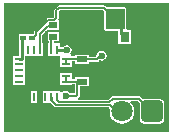
<source format=gbl>
G04*
G04 #@! TF.GenerationSoftware,Altium Limited,Altium Designer,20.1.14 (287)*
G04*
G04 Layer_Physical_Order=2*
G04 Layer_Color=16711680*
%FSLAX25Y25*%
%MOIN*%
G70*
G04*
G04 #@! TF.SameCoordinates,393418DF-571C-4769-8AC5-FB63858C89C1*
G04*
G04*
G04 #@! TF.FilePolarity,Positive*
G04*
G01*
G75*
%ADD10C,0.00500*%
%ADD11C,0.01000*%
%ADD23C,0.00700*%
%ADD24O,0.08661X0.04331*%
%ADD25O,0.10236X0.05118*%
G04:AMPARAMS|DCode=26|XSize=70.87mil|YSize=70.87mil|CornerRadius=8.86mil|HoleSize=0mil|Usage=FLASHONLY|Rotation=180.000|XOffset=0mil|YOffset=0mil|HoleType=Round|Shape=RoundedRectangle|*
%AMROUNDEDRECTD26*
21,1,0.07087,0.05315,0,0,180.0*
21,1,0.05315,0.07087,0,0,180.0*
1,1,0.01772,-0.02657,0.02657*
1,1,0.01772,0.02657,0.02657*
1,1,0.01772,0.02657,-0.02657*
1,1,0.01772,-0.02657,-0.02657*
%
%ADD26ROUNDEDRECTD26*%
%ADD27C,0.07087*%
%ADD28C,0.02362*%
%ADD29R,0.02500X0.01900*%
%ADD30R,0.03150X0.03543*%
%ADD31R,0.01968X0.01772*%
%ADD32R,0.03740X0.01968*%
%ADD33R,0.03347X0.04134*%
%ADD34R,0.03150X0.00984*%
%ADD35R,0.00984X0.03150*%
%ADD36R,0.10630X0.10630*%
G36*
X55118Y0D02*
X-0D01*
Y42913D01*
X55118D01*
Y0D01*
D02*
G37*
%LPC*%
G36*
X18356Y42145D02*
X18064Y42086D01*
X17816Y41921D01*
X17816Y41921D01*
X16892Y40997D01*
X16726Y40749D01*
X16668Y40456D01*
Y38183D01*
X16383Y37898D01*
X14692D01*
X14692Y37898D01*
X14400Y37840D01*
X14151Y37674D01*
X14151Y37674D01*
X10170Y33693D01*
X10005Y33445D01*
X9946Y33152D01*
Y32681D01*
X9753Y32488D01*
X4913D01*
Y30815D01*
X4894Y30717D01*
Y25424D01*
X4783Y25402D01*
X2846D01*
Y23417D01*
Y19480D01*
Y15543D01*
X6996D01*
Y17512D01*
Y21449D01*
Y25287D01*
X12803D01*
Y29437D01*
X12678D01*
Y32150D01*
X14208Y33680D01*
X14662Y33983D01*
Y33983D01*
X14662Y33983D01*
X18162D01*
Y36883D01*
X18162Y36883D01*
X18072Y37474D01*
X18139Y37573D01*
X18197Y37866D01*
Y40139D01*
X18673Y40615D01*
X33008D01*
X33317Y40306D01*
Y34252D01*
X33476Y33869D01*
X33858Y33711D01*
X38063D01*
Y32571D01*
X38083Y32472D01*
Y29224D01*
X42232D01*
Y33768D01*
X41137D01*
X40699Y34252D01*
Y40945D01*
X40540Y41328D01*
X40157Y41486D01*
X34300D01*
X33865Y41921D01*
X33617Y42086D01*
X33325Y42145D01*
X18356D01*
X18356Y42145D01*
D02*
G37*
G36*
X18162Y33143D02*
X14662D01*
Y30243D01*
X14881D01*
Y29437D01*
X14756D01*
Y25287D01*
X18165D01*
X18594Y25287D01*
X18595Y24858D01*
Y21449D01*
X22744D01*
Y23444D01*
X23496D01*
Y22728D01*
X28236D01*
Y23346D01*
X30861D01*
X31193Y23412D01*
X31474Y23600D01*
X31711Y23837D01*
X31802Y23776D01*
X32458Y23646D01*
X33114Y23776D01*
X33670Y24148D01*
X34042Y24704D01*
X34172Y25360D01*
X34042Y26016D01*
X33670Y26572D01*
X33114Y26943D01*
X32458Y27074D01*
X31802Y26943D01*
X31246Y26572D01*
X30874Y26016D01*
X30744Y25360D01*
X30260Y25079D01*
X28236D01*
Y25697D01*
X23496D01*
Y25178D01*
X22744D01*
Y25402D01*
X22315D01*
X22149Y25789D01*
X22104Y25992D01*
X22450Y26509D01*
X22580Y27165D01*
X22450Y27821D01*
X22078Y28377D01*
X21522Y28749D01*
X20866Y28879D01*
X20210Y28749D01*
X19654Y28377D01*
X19525Y28185D01*
X18709D01*
Y29437D01*
X16615D01*
Y30243D01*
X18162D01*
Y33143D01*
D02*
G37*
G36*
X22744Y19496D02*
X18595D01*
Y15543D01*
X22744D01*
Y15767D01*
X23496D01*
Y15248D01*
X23533D01*
Y12776D01*
X21915D01*
X21684Y13122D01*
X21128Y13493D01*
X20472Y13623D01*
X19816Y13493D01*
X19299Y13147D01*
X19096Y13192D01*
X18709Y13359D01*
Y13689D01*
X12787D01*
Y9539D01*
X15582D01*
X16772Y8349D01*
X17020Y8184D01*
X17313Y8125D01*
X34870D01*
X34934Y8090D01*
X35343Y7630D01*
X35233Y6791D01*
X35372Y5736D01*
X35779Y4752D01*
X36427Y3908D01*
X37272Y3260D01*
X38256Y2852D01*
X39311Y2713D01*
X40367Y2852D01*
X41350Y3260D01*
X42195Y3908D01*
X42843Y4752D01*
X43250Y5736D01*
X43389Y6791D01*
X43250Y7847D01*
X42843Y8830D01*
X42195Y9675D01*
X42083Y9761D01*
X42273Y10320D01*
X44701D01*
X45296Y9725D01*
X45241Y9449D01*
Y4134D01*
X45348Y3593D01*
X45654Y3135D01*
X46113Y2829D01*
X46654Y2721D01*
X51968D01*
X52509Y2829D01*
X52968Y3135D01*
X53274Y3593D01*
X53381Y4134D01*
Y9449D01*
X53274Y9990D01*
X52968Y10448D01*
X52509Y10754D01*
X51968Y10862D01*
X46654D01*
X46377Y10807D01*
X45558Y11625D01*
X45310Y11791D01*
X45018Y11849D01*
X37533D01*
X37533Y11849D01*
X36281D01*
X36281Y11849D01*
X35989Y11791D01*
X35741Y11625D01*
X35741Y11625D01*
X34770Y10655D01*
X24705D01*
X24526Y11245D01*
X24602Y11297D01*
X25012Y11707D01*
X25200Y11988D01*
X25266Y12319D01*
Y15248D01*
X28236D01*
Y18217D01*
X23496D01*
Y17501D01*
X22744D01*
Y17512D01*
Y19496D01*
D02*
G37*
G36*
X10835Y13689D02*
X8850D01*
Y9539D01*
X10835D01*
Y13689D01*
D02*
G37*
%LPD*%
G36*
X40157Y34252D02*
X33858D01*
Y40945D01*
X40157D01*
Y34252D01*
D02*
G37*
D10*
X14692Y37133D02*
X16699D01*
X17432Y37866D02*
Y40456D01*
X16699Y37133D02*
X17432Y37866D01*
Y40456D02*
X18356Y41380D01*
X33325D01*
X10711Y32365D02*
Y33152D01*
X14692Y37133D01*
X36459Y37852D02*
X38958D01*
X35827Y38484D02*
X36459Y37852D01*
X35827Y38484D02*
Y38878D01*
X33325Y41380D02*
X35827Y38878D01*
X9449Y31102D02*
X10711Y32365D01*
X9350Y31102D02*
X9449D01*
X17717Y27362D02*
X17913Y27165D01*
X36281Y11085D02*
X37533D01*
X37533Y11085D01*
X35087Y9890D02*
X36281Y11085D01*
X37533Y11085D02*
X45018D01*
X49311Y6791D01*
X49311D01*
X18358Y9890D02*
X35087D01*
X17959Y10289D02*
X18358Y9890D01*
X17959Y10289D02*
X17959D01*
X17717Y10531D02*
X17959Y10289D01*
X17717Y10531D02*
Y11614D01*
X15748D02*
X15990Y11372D01*
X17313Y8890D02*
X35430D01*
X37529Y6791D02*
X39311D01*
X35430Y8890D02*
X37529Y6791D01*
X15990Y10213D02*
X17313Y8890D01*
X15990Y10213D02*
Y11372D01*
X18612Y33857D02*
Y34733D01*
Y32393D02*
Y33857D01*
X18417Y33663D02*
X18612Y33857D01*
X19312Y31693D02*
X19612D01*
X18612Y32393D02*
X19312Y31693D01*
X14520Y33663D02*
X18417D01*
X18612Y34733D02*
X19312Y35433D01*
X13780Y27362D02*
Y32922D01*
X14520Y33663D01*
X19312Y35433D02*
X19612D01*
D11*
X39083Y34884D02*
X39158D01*
X39083Y32571D02*
Y34884D01*
Y32571D02*
X40157Y31496D01*
X17913Y27165D02*
X20866D01*
X5906Y24409D02*
X5913Y24417D01*
X4921Y24409D02*
X5906D01*
X5913Y24417D02*
Y30717D01*
X6299Y31102D01*
X6398D01*
D23*
X32008Y25360D02*
X32458D01*
X30861Y24213D02*
X32008Y25360D01*
X26014Y24213D02*
X30861D01*
X25866Y24360D02*
X26014Y24213D01*
X25817Y24311D02*
X25866Y24360D01*
X20768Y24311D02*
X25817D01*
X20669Y24409D02*
X20768Y24311D01*
X17717Y14567D02*
X20669D01*
X12795Y19488D02*
X17717Y14567D01*
X11811Y27362D02*
Y32509D01*
X16199Y35220D02*
X16412Y35433D01*
X14522Y35220D02*
X16199D01*
X11811Y32509D02*
X14522Y35220D01*
X16348Y31693D02*
X16412D01*
X15748Y31093D02*
X16348Y31693D01*
X15748Y27362D02*
Y31093D01*
X20472Y11909D02*
X23990D01*
X24400Y12319D02*
Y16152D01*
X23990Y11909D02*
X24400Y12319D01*
X13780Y20472D02*
X13780Y20472D01*
X13780Y20472D02*
Y27362D01*
X12795Y19488D02*
X13780Y20472D01*
X11811Y18504D02*
X12795Y19488D01*
X7874Y14567D02*
X11811Y18504D01*
X4921Y14567D02*
X7874D01*
Y11614D02*
Y14567D01*
X11811Y11614D02*
Y18504D01*
X13780Y20472D02*
X20669D01*
X24400Y16152D02*
X24882Y16634D01*
X20768D02*
X24882D01*
X25768D01*
X25866Y16732D01*
X20669Y16535D02*
Y18504D01*
Y16535D02*
X20768Y16634D01*
X20669Y22441D02*
Y24409D01*
D24*
X28189Y38465D02*
D03*
Y4449D02*
D03*
D25*
X7087Y38465D02*
D03*
Y4449D02*
D03*
D26*
X49311Y6791D02*
D03*
D27*
X39311D02*
D03*
D28*
X38189Y18635D02*
D03*
Y16011D02*
D03*
Y21260D02*
D03*
Y13386D02*
D03*
X20866Y27165D02*
D03*
X32458Y25360D02*
D03*
X38966Y35513D02*
D03*
X38958Y37852D02*
D03*
X20472Y11909D02*
D03*
D29*
X19612Y35433D02*
D03*
X16412D02*
D03*
X19612Y31693D02*
D03*
X16412D02*
D03*
D30*
X40157Y31496D02*
D03*
X44882D02*
D03*
D31*
X6398Y31102D02*
D03*
X9350D02*
D03*
D32*
X33583Y20472D02*
D03*
X25866Y24213D02*
D03*
Y16732D02*
D03*
D33*
X35827Y38484D02*
D03*
X48622D02*
D03*
D34*
X20669Y22441D02*
D03*
Y24409D02*
D03*
Y18504D02*
D03*
Y16535D02*
D03*
Y20472D02*
D03*
Y14567D02*
D03*
X4921Y18504D02*
D03*
Y24409D02*
D03*
Y22441D02*
D03*
Y16535D02*
D03*
Y20472D02*
D03*
Y14567D02*
D03*
D35*
X13780Y27362D02*
D03*
X11811D02*
D03*
X17717D02*
D03*
X15748D02*
D03*
Y11614D02*
D03*
X13780D02*
D03*
X17717D02*
D03*
X7874Y27362D02*
D03*
X9843D02*
D03*
X11811Y11614D02*
D03*
X9843D02*
D03*
X7874D02*
D03*
D36*
X12795Y19488D02*
D03*
M02*

</source>
